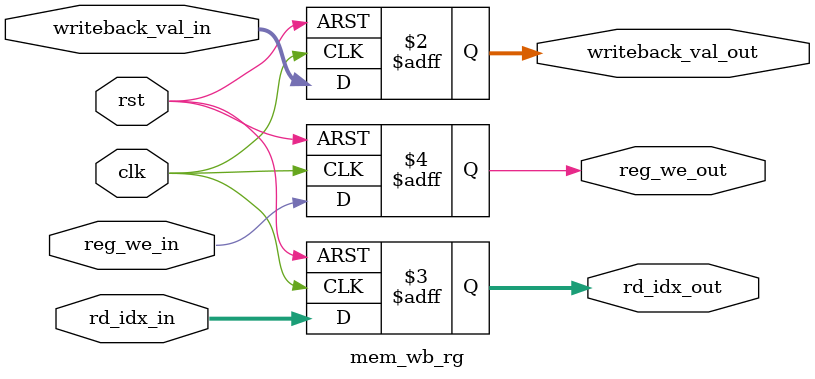
<source format=sv>
module mem_wb_rg (
    input  logic        clk,
    input  logic        rst,
    input  logic [31:0] writeback_val_in,
    input  logic [4:0]  rd_idx_in,
    input  logic        reg_we_in,

    output logic [31:0] writeback_val_out,
    output logic [4:0]  rd_idx_out,
    output logic        reg_we_out
);

    always_ff @(posedge clk or posedge rst) begin
        if (rst) begin
            writeback_val_out <= 32'b0;
            rd_idx_out        <= 5'b0;
            reg_we_out        <= 1'b0;
        end else begin
            writeback_val_out <= writeback_val_in;
            rd_idx_out        <= rd_idx_in;
            reg_we_out        <= reg_we_in;
        end
    end

endmodule
</source>
